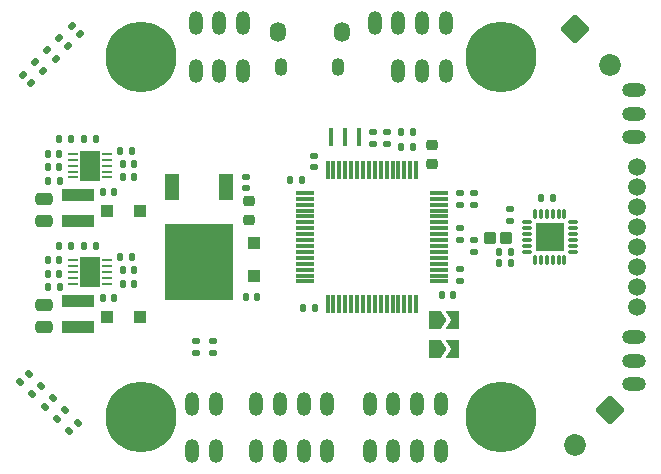
<source format=gbs>
%TF.GenerationSoftware,KiCad,Pcbnew,(6.0.0-0)*%
%TF.CreationDate,2022-01-25T22:05:01-05:00*%
%TF.ProjectId,Autodrone_V2,4175746f-6472-46f6-9e65-5f56322e6b69,rev?*%
%TF.SameCoordinates,Original*%
%TF.FileFunction,Soldermask,Bot*%
%TF.FilePolarity,Negative*%
%FSLAX46Y46*%
G04 Gerber Fmt 4.6, Leading zero omitted, Abs format (unit mm)*
G04 Created by KiCad (PCBNEW (6.0.0-0)) date 2022-01-25 22:05:01*
%MOMM*%
%LPD*%
G01*
G04 APERTURE LIST*
G04 Aperture macros list*
%AMRoundRect*
0 Rectangle with rounded corners*
0 $1 Rounding radius*
0 $2 $3 $4 $5 $6 $7 $8 $9 X,Y pos of 4 corners*
0 Add a 4 corners polygon primitive as box body*
4,1,4,$2,$3,$4,$5,$6,$7,$8,$9,$2,$3,0*
0 Add four circle primitives for the rounded corners*
1,1,$1+$1,$2,$3*
1,1,$1+$1,$4,$5*
1,1,$1+$1,$6,$7*
1,1,$1+$1,$8,$9*
0 Add four rect primitives between the rounded corners*
20,1,$1+$1,$2,$3,$4,$5,0*
20,1,$1+$1,$4,$5,$6,$7,0*
20,1,$1+$1,$6,$7,$8,$9,0*
20,1,$1+$1,$8,$9,$2,$3,0*%
%AMFreePoly0*
4,1,6,1.000000,0.000000,0.500000,-0.750000,-0.500000,-0.750000,-0.500000,0.750000,0.500000,0.750000,1.000000,0.000000,1.000000,0.000000,$1*%
%AMFreePoly1*
4,1,6,0.500000,-0.750000,-0.650000,-0.750000,-0.150000,0.000000,-0.650000,0.750000,0.500000,0.750000,0.500000,-0.750000,0.500000,-0.750000,$1*%
G04 Aperture macros list end*
%ADD10O,1.200000X2.000000*%
%ADD11O,1.100000X1.500000*%
%ADD12O,1.350000X1.700000*%
%ADD13C,6.000000*%
%ADD14C,1.500000*%
%ADD15RoundRect,0.250000X0.000000X0.954594X-0.954594X0.000000X0.000000X-0.954594X0.954594X0.000000X0*%
%ADD16C,1.850000*%
%ADD17O,2.000000X1.200000*%
%ADD18RoundRect,0.250000X-0.954594X0.000000X0.000000X-0.954594X0.954594X0.000000X0.000000X0.954594X0*%
%ADD19RoundRect,0.140000X0.170000X-0.140000X0.170000X0.140000X-0.170000X0.140000X-0.170000X-0.140000X0*%
%ADD20RoundRect,0.140000X-0.140000X-0.170000X0.140000X-0.170000X0.140000X0.170000X-0.140000X0.170000X0*%
%ADD21RoundRect,0.140000X0.140000X0.170000X-0.140000X0.170000X-0.140000X-0.170000X0.140000X-0.170000X0*%
%ADD22RoundRect,0.250000X0.475000X-0.250000X0.475000X0.250000X-0.475000X0.250000X-0.475000X-0.250000X0*%
%ADD23R,1.100000X1.100000*%
%ADD24R,2.700000X1.000000*%
%ADD25RoundRect,0.135000X-0.185000X0.135000X-0.185000X-0.135000X0.185000X-0.135000X0.185000X0.135000X0*%
%ADD26RoundRect,0.135000X0.185000X-0.135000X0.185000X0.135000X-0.185000X0.135000X-0.185000X-0.135000X0*%
%ADD27RoundRect,0.135000X-0.135000X-0.185000X0.135000X-0.185000X0.135000X0.185000X-0.135000X0.185000X0*%
%ADD28RoundRect,0.075000X-0.075000X0.700000X-0.075000X-0.700000X0.075000X-0.700000X0.075000X0.700000X0*%
%ADD29RoundRect,0.075000X-0.700000X0.075000X-0.700000X-0.075000X0.700000X-0.075000X0.700000X0.075000X0*%
%ADD30RoundRect,0.140000X-0.170000X0.140000X-0.170000X-0.140000X0.170000X-0.140000X0.170000X0.140000X0*%
%ADD31R,1.200000X2.200000*%
%ADD32R,5.800000X6.400000*%
%ADD33FreePoly0,0.000000*%
%ADD34FreePoly1,0.000000*%
%ADD35RoundRect,0.135000X0.035355X-0.226274X0.226274X-0.035355X-0.035355X0.226274X-0.226274X0.035355X0*%
%ADD36RoundRect,0.135000X-0.226274X-0.035355X-0.035355X-0.226274X0.226274X0.035355X0.035355X0.226274X0*%
%ADD37RoundRect,0.075000X0.350000X0.075000X-0.350000X0.075000X-0.350000X-0.075000X0.350000X-0.075000X0*%
%ADD38RoundRect,0.075000X0.075000X0.350000X-0.075000X0.350000X-0.075000X-0.350000X0.075000X-0.350000X0*%
%ADD39R,2.450000X2.450000*%
%ADD40R,0.807999X0.254800*%
%ADD41R,1.752600X2.540000*%
%ADD42RoundRect,0.135000X0.135000X0.185000X-0.135000X0.185000X-0.135000X-0.185000X0.135000X-0.185000X0*%
%ADD43R,0.400000X1.600000*%
%ADD44RoundRect,0.218750X-0.256250X0.218750X-0.256250X-0.218750X0.256250X-0.218750X0.256250X0.218750X0*%
%ADD45RoundRect,0.250000X0.287500X0.275000X-0.287500X0.275000X-0.287500X-0.275000X0.287500X-0.275000X0*%
%ADD46RoundRect,0.218750X0.256250X-0.218750X0.256250X0.218750X-0.256250X0.218750X-0.256250X-0.218750X0*%
G04 APERTURE END LIST*
D10*
%TO.C,J8*%
X100750000Y-109700000D03*
X102750000Y-109700000D03*
X104750000Y-109700000D03*
X106750000Y-109700000D03*
%TD*%
%TO.C,J13*%
X89990000Y-77500000D03*
X87990000Y-77500000D03*
X85990000Y-77500000D03*
%TD*%
%TO.C,J16*%
X89994999Y-73500000D03*
X87994999Y-73500000D03*
X85994999Y-73500000D03*
%TD*%
%TO.C,J17*%
X85710000Y-109700000D03*
X87710000Y-109700000D03*
%TD*%
%TO.C,J2*%
X91150000Y-109700000D03*
X93150000Y-109700000D03*
X95150000Y-109700000D03*
X97150000Y-109700000D03*
%TD*%
%TO.C,J11*%
X85710000Y-105700000D03*
X87710000Y-105700000D03*
%TD*%
D11*
%TO.C,J5*%
X98090000Y-77220000D03*
D12*
X98400000Y-74220000D03*
X92940000Y-74220000D03*
D11*
X93250000Y-77220000D03*
%TD*%
D13*
%TO.C,H3*%
X111850000Y-76350000D03*
%TD*%
%TO.C,H4*%
X81350000Y-106850000D03*
%TD*%
%TO.C,H1*%
X81350000Y-76350000D03*
%TD*%
D10*
%TO.C,J9*%
X91150000Y-105700000D03*
X93150000Y-105700000D03*
X95150000Y-105700000D03*
X97150000Y-105700000D03*
%TD*%
%TO.C,J10*%
X107170000Y-73500000D03*
X105170000Y-73500000D03*
X103170000Y-73500000D03*
X101170000Y-73500000D03*
%TD*%
%TO.C,J4*%
X107170000Y-77500000D03*
X105170000Y-77500000D03*
X103170000Y-77500000D03*
%TD*%
D13*
%TO.C,H2*%
X111850000Y-106850000D03*
%TD*%
D10*
%TO.C,J3*%
X100750000Y-105700000D03*
X102750000Y-105700000D03*
X104750000Y-105700000D03*
X106750000Y-105700000D03*
%TD*%
D14*
%TO.C,J7*%
X123330000Y-97550000D03*
X123330000Y-95850000D03*
X123330000Y-94150000D03*
X123330000Y-92450000D03*
X123330000Y-90750000D03*
X123330000Y-89050000D03*
X123330000Y-87350000D03*
X123330000Y-85650000D03*
%TD*%
D15*
%TO.C,J15*%
X121084924Y-106220000D03*
D16*
X118115076Y-109189848D03*
%TD*%
D17*
%TO.C,J14*%
X123080000Y-83150000D03*
X123080000Y-81150000D03*
X123080000Y-79150000D03*
%TD*%
%TO.C,J18*%
X123080000Y-104050000D03*
X123080000Y-102050000D03*
X123080000Y-100050000D03*
%TD*%
D18*
%TO.C,J12*%
X118115076Y-74015076D03*
D16*
X121084924Y-76984924D03*
%TD*%
D19*
%TO.C,C8*%
X109530000Y-88860000D03*
X109530000Y-87900000D03*
%TD*%
%TO.C,C9*%
X108340000Y-88860000D03*
X108340000Y-87900000D03*
%TD*%
%TO.C,C10*%
X96050000Y-85650000D03*
X96050000Y-84690000D03*
%TD*%
D20*
%TO.C,C11*%
X106870000Y-96470000D03*
X107830000Y-96470000D03*
%TD*%
D21*
%TO.C,C12*%
X96070000Y-97570000D03*
X95110000Y-97570000D03*
%TD*%
%TO.C,C6*%
X104370000Y-82740000D03*
X103410000Y-82740000D03*
%TD*%
%TO.C,C7*%
X104370000Y-83930000D03*
X103410000Y-83930000D03*
%TD*%
%TO.C,C25*%
X79080000Y-87770000D03*
X78120000Y-87770000D03*
%TD*%
%TO.C,C24*%
X79080000Y-96780000D03*
X78120000Y-96780000D03*
%TD*%
D22*
%TO.C,C27*%
X73190000Y-90250000D03*
X73190000Y-88350000D03*
%TD*%
D21*
%TO.C,C30*%
X80820000Y-85400000D03*
X79860000Y-85400000D03*
%TD*%
%TO.C,C31*%
X80820000Y-86530000D03*
X79860000Y-86530000D03*
%TD*%
%TO.C,C32*%
X74470000Y-85670000D03*
X73510000Y-85670000D03*
%TD*%
%TO.C,C33*%
X74470000Y-94680000D03*
X73510000Y-94680000D03*
%TD*%
%TO.C,C35*%
X74470000Y-93520000D03*
X73510000Y-93520000D03*
%TD*%
D23*
%TO.C,D13*%
X90910000Y-92110000D03*
X90910000Y-94910000D03*
%TD*%
%TO.C,D12*%
X78460000Y-89390000D03*
X81260000Y-89390000D03*
%TD*%
%TO.C,D11*%
X78470000Y-98400000D03*
X81270000Y-98400000D03*
%TD*%
D24*
%TO.C,L7*%
X76070000Y-88050000D03*
X76070000Y-90250000D03*
%TD*%
%TO.C,L6*%
X76070000Y-97050000D03*
X76070000Y-99250000D03*
%TD*%
D25*
%TO.C,R6*%
X85990000Y-100370000D03*
X85990000Y-101390000D03*
%TD*%
%TO.C,R7*%
X87430000Y-100370000D03*
X87430000Y-101390000D03*
%TD*%
D26*
%TO.C,R8*%
X100990000Y-83730000D03*
X100990000Y-82710000D03*
%TD*%
D27*
%TO.C,R29*%
X74450000Y-83330000D03*
X75470000Y-83330000D03*
%TD*%
%TO.C,R28*%
X74450000Y-92330000D03*
X75470000Y-92330000D03*
%TD*%
%TO.C,R31*%
X76560000Y-83330000D03*
X77580000Y-83330000D03*
%TD*%
%TO.C,R30*%
X76560000Y-92330000D03*
X77580000Y-92330000D03*
%TD*%
%TO.C,R33*%
X79580000Y-84270000D03*
X80600000Y-84270000D03*
%TD*%
%TO.C,R34*%
X73480000Y-95840000D03*
X74500000Y-95840000D03*
%TD*%
D26*
%TO.C,R3*%
X109530000Y-92870000D03*
X109530000Y-91850000D03*
%TD*%
D25*
%TO.C,R4*%
X108340000Y-90830000D03*
X108340000Y-91850000D03*
%TD*%
D28*
%TO.C,U4*%
X97170000Y-85925000D03*
X97670000Y-85925000D03*
X98170000Y-85925000D03*
X98670000Y-85925000D03*
X99170000Y-85925000D03*
X99670000Y-85925000D03*
X100170000Y-85925000D03*
X100670000Y-85925000D03*
X101170000Y-85925000D03*
X101670000Y-85925000D03*
X102170000Y-85925000D03*
X102670000Y-85925000D03*
X103170000Y-85925000D03*
X103670000Y-85925000D03*
X104170000Y-85925000D03*
X104670000Y-85925000D03*
D29*
X106595000Y-87850000D03*
X106595000Y-88350000D03*
X106595000Y-88850000D03*
X106595000Y-89350000D03*
X106595000Y-89850000D03*
X106595000Y-90350000D03*
X106595000Y-90850000D03*
X106595000Y-91350000D03*
X106595000Y-91850000D03*
X106595000Y-92350000D03*
X106595000Y-92850000D03*
X106595000Y-93350000D03*
X106595000Y-93850000D03*
X106595000Y-94350000D03*
X106595000Y-94850000D03*
X106595000Y-95350000D03*
D28*
X104670000Y-97275000D03*
X104170000Y-97275000D03*
X103670000Y-97275000D03*
X103170000Y-97275000D03*
X102670000Y-97275000D03*
X102170000Y-97275000D03*
X101670000Y-97275000D03*
X101170000Y-97275000D03*
X100670000Y-97275000D03*
X100170000Y-97275000D03*
X99670000Y-97275000D03*
X99170000Y-97275000D03*
X98670000Y-97275000D03*
X98170000Y-97275000D03*
X97670000Y-97275000D03*
X97170000Y-97275000D03*
D29*
X95245000Y-95350000D03*
X95245000Y-94850000D03*
X95245000Y-94350000D03*
X95245000Y-93850000D03*
X95245000Y-93350000D03*
X95245000Y-92850000D03*
X95245000Y-92350000D03*
X95245000Y-91850000D03*
X95245000Y-91350000D03*
X95245000Y-90850000D03*
X95245000Y-90350000D03*
X95245000Y-89850000D03*
X95245000Y-89350000D03*
X95245000Y-88850000D03*
X95245000Y-88350000D03*
X95245000Y-87850000D03*
%TD*%
D21*
%TO.C,C28*%
X80820000Y-94400000D03*
X79860000Y-94400000D03*
%TD*%
D30*
%TO.C,C15*%
X108340000Y-94340000D03*
X108340000Y-95300000D03*
%TD*%
D21*
%TO.C,C13*%
X94970000Y-86730000D03*
X94010000Y-86730000D03*
%TD*%
D19*
%TO.C,C14*%
X102180000Y-83700000D03*
X102180000Y-82740000D03*
%TD*%
D27*
%TO.C,R32*%
X79580000Y-93270000D03*
X80600000Y-93270000D03*
%TD*%
D19*
%TO.C,C36*%
X90260000Y-87440000D03*
X90260000Y-86480000D03*
%TD*%
D20*
%TO.C,C37*%
X90240000Y-96640000D03*
X91200000Y-96640000D03*
%TD*%
D31*
%TO.C,U8*%
X84010000Y-87379999D03*
D32*
X86290000Y-93679999D03*
D31*
X88570000Y-87379999D03*
%TD*%
D33*
%TO.C,JP1*%
X106305001Y-101110000D03*
D34*
X107755001Y-101110000D03*
%TD*%
D33*
%TO.C,JP2*%
X106305000Y-98610000D03*
D34*
X107755000Y-98610000D03*
%TD*%
D35*
%TO.C,R17*%
X73209376Y-105950624D03*
X73930624Y-105229376D03*
%TD*%
%TO.C,R21*%
X71129376Y-103870624D03*
X71850624Y-103149376D03*
%TD*%
D22*
%TO.C,C26*%
X73190000Y-99250000D03*
X73190000Y-97350000D03*
%TD*%
D27*
%TO.C,R35*%
X73480000Y-86830000D03*
X74500000Y-86830000D03*
%TD*%
D21*
%TO.C,C34*%
X74470000Y-84520000D03*
X73510000Y-84520000D03*
%TD*%
D35*
%TO.C,R15*%
X74239376Y-106980624D03*
X74960624Y-106259376D03*
%TD*%
%TO.C,R11*%
X75279376Y-108020624D03*
X76000624Y-107299376D03*
%TD*%
%TO.C,R19*%
X72169376Y-104910624D03*
X72890624Y-104189376D03*
%TD*%
D21*
%TO.C,C29*%
X80820000Y-95540000D03*
X79860000Y-95540000D03*
%TD*%
D36*
%TO.C,R10*%
X75496376Y-73693176D03*
X76217624Y-74414424D03*
%TD*%
%TO.C,R14*%
X74456376Y-74733176D03*
X75177624Y-75454424D03*
%TD*%
%TO.C,R16*%
X73426376Y-75763176D03*
X74147624Y-76484424D03*
%TD*%
%TO.C,R18*%
X72396376Y-76793176D03*
X73117624Y-77514424D03*
%TD*%
D37*
%TO.C,U10*%
X117925600Y-90350315D03*
X117925600Y-90850315D03*
X117925600Y-91350315D03*
X117925600Y-91850315D03*
X117925600Y-92350315D03*
X117925600Y-92850315D03*
D38*
X117225600Y-93550315D03*
X116725600Y-93550315D03*
X116225600Y-93550315D03*
X115725600Y-93550315D03*
X115225600Y-93550315D03*
X114725600Y-93550315D03*
D37*
X114025600Y-92850315D03*
X114025600Y-92350315D03*
X114025600Y-91850315D03*
X114025600Y-91350315D03*
X114025600Y-90850315D03*
X114025600Y-90350315D03*
D38*
X114725600Y-89650315D03*
X115225600Y-89650315D03*
X115725600Y-89650315D03*
X116225600Y-89650315D03*
X116725600Y-89650315D03*
X117225600Y-89650315D03*
D39*
X115975600Y-91600315D03*
%TD*%
D36*
%TO.C,R20*%
X71367976Y-77832376D03*
X72089224Y-78553624D03*
%TD*%
D40*
%TO.C,U7*%
X75611700Y-86550000D03*
X75611700Y-86049998D03*
X75611700Y-85549999D03*
X75611700Y-85050000D03*
X75611700Y-84549998D03*
X78502500Y-84549998D03*
X78502500Y-85050000D03*
X78502500Y-85549999D03*
X78502500Y-86049998D03*
X78502500Y-86550000D03*
D41*
X77057100Y-85549999D03*
%TD*%
D42*
%TO.C,R37*%
X112680000Y-93830000D03*
X111660000Y-93830000D03*
%TD*%
D21*
%TO.C,C41*%
X112670000Y-92900000D03*
X111710000Y-92900000D03*
%TD*%
D40*
%TO.C,U6*%
X75611700Y-95550000D03*
X75611700Y-95049998D03*
X75611700Y-94549999D03*
X75611700Y-94050000D03*
X75611700Y-93549998D03*
X78502500Y-93549998D03*
X78502500Y-94050000D03*
X78502500Y-94549999D03*
X78502500Y-95049998D03*
X78502500Y-95550000D03*
D41*
X77057100Y-94549999D03*
%TD*%
D42*
%TO.C,R36*%
X116230000Y-88260000D03*
X115210000Y-88260000D03*
%TD*%
D43*
%TO.C,Y1*%
X97470000Y-83090000D03*
X98670000Y-83090000D03*
X99870000Y-83090000D03*
%TD*%
D44*
%TO.C,FB2*%
X90520000Y-88582500D03*
X90520000Y-90157500D03*
%TD*%
D45*
%TO.C,C42*%
X112310000Y-91660000D03*
X110885000Y-91660000D03*
%TD*%
D46*
%TO.C,FB1*%
X106050000Y-85397500D03*
X106050000Y-83822500D03*
%TD*%
D19*
%TO.C,C43*%
X112640000Y-90200000D03*
X112640000Y-89240000D03*
%TD*%
M02*

</source>
